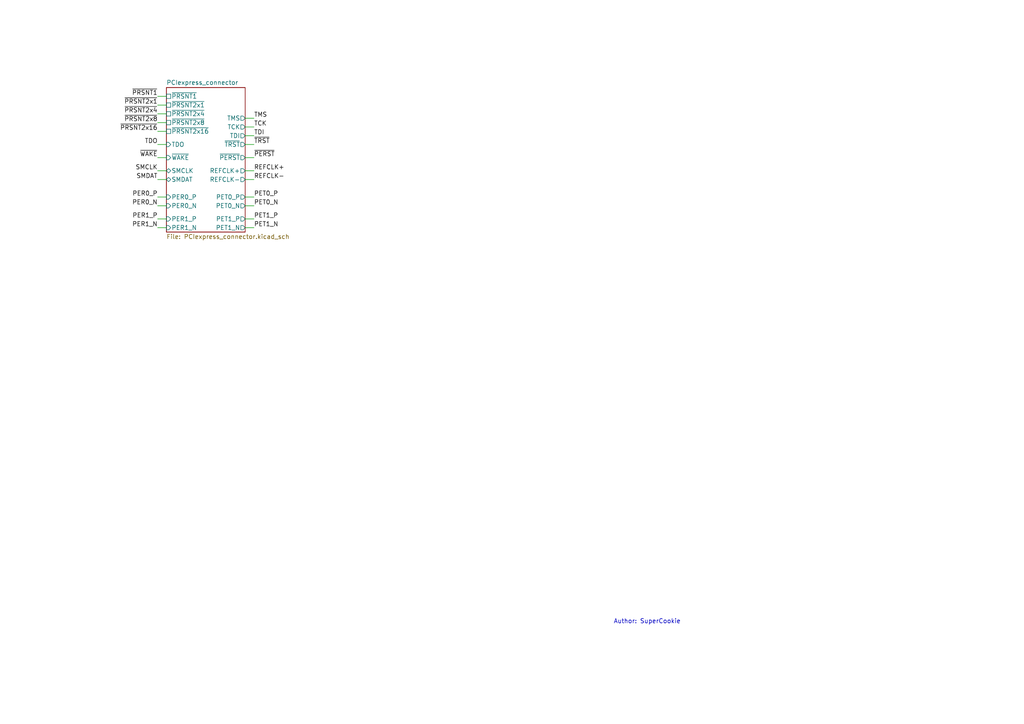
<source format=kicad_sch>
(kicad_sch
	(version 20250114)
	(generator "eeschema")
	(generator_version "9.0")
	(uuid "78d371f7-8b1b-41c6-90d2-6921cc8d340e")
	(paper "A4")
	(lib_symbols)
	(text "Author: SuperCookie"
		(exclude_from_sim no)
		(at 187.706 180.34 0)
		(effects
			(font
				(size 1.27 1.27)
			)
		)
		(uuid "efbb1834-41f0-4fc2-b6ac-02797b2107e6")
	)
	(wire
		(pts
			(xy 45.72 38.1) (xy 48.26 38.1)
		)
		(stroke
			(width 0)
			(type default)
		)
		(uuid "05745cec-d480-4225-8102-546871555968")
	)
	(wire
		(pts
			(xy 71.12 66.04) (xy 73.66 66.04)
		)
		(stroke
			(width 0)
			(type default)
		)
		(uuid "07891c14-5c45-4e25-bb66-3a33476eac3a")
	)
	(wire
		(pts
			(xy 71.12 39.37) (xy 73.66 39.37)
		)
		(stroke
			(width 0)
			(type default)
		)
		(uuid "12d4d92d-78a6-4987-842c-5aecdb07796f")
	)
	(wire
		(pts
			(xy 71.12 34.29) (xy 73.66 34.29)
		)
		(stroke
			(width 0)
			(type default)
		)
		(uuid "1bce526a-81a5-4964-8fb8-ef910d014147")
	)
	(wire
		(pts
			(xy 45.72 59.69) (xy 48.26 59.69)
		)
		(stroke
			(width 0)
			(type default)
		)
		(uuid "27896e0b-50c7-430a-8d37-16aabc05ace2")
	)
	(wire
		(pts
			(xy 45.72 41.91) (xy 48.26 41.91)
		)
		(stroke
			(width 0)
			(type default)
		)
		(uuid "340706da-c028-4297-b19a-9f0c2ab25eb4")
	)
	(wire
		(pts
			(xy 45.72 35.56) (xy 48.26 35.56)
		)
		(stroke
			(width 0)
			(type default)
		)
		(uuid "38f768c4-0015-4b0a-9b5d-8214b2075a6b")
	)
	(wire
		(pts
			(xy 45.72 66.04) (xy 48.26 66.04)
		)
		(stroke
			(width 0)
			(type default)
		)
		(uuid "3d62116b-8e51-4b3e-924b-efbb393a4944")
	)
	(wire
		(pts
			(xy 71.12 57.15) (xy 73.66 57.15)
		)
		(stroke
			(width 0)
			(type default)
		)
		(uuid "43c31758-53a9-4040-9991-732abb1501ca")
	)
	(wire
		(pts
			(xy 45.72 33.02) (xy 48.26 33.02)
		)
		(stroke
			(width 0)
			(type default)
		)
		(uuid "6567f464-d466-427d-b86c-3efafd626a41")
	)
	(wire
		(pts
			(xy 71.12 63.5) (xy 73.66 63.5)
		)
		(stroke
			(width 0)
			(type default)
		)
		(uuid "6dd18e75-7523-49ed-9b71-8e22ed19e501")
	)
	(wire
		(pts
			(xy 71.12 49.53) (xy 73.66 49.53)
		)
		(stroke
			(width 0)
			(type default)
		)
		(uuid "795d845b-cf94-493e-ac39-2d15938c4e93")
	)
	(wire
		(pts
			(xy 45.72 52.07) (xy 48.26 52.07)
		)
		(stroke
			(width 0)
			(type default)
		)
		(uuid "7cc3c241-19fe-4dae-a45f-7fe29ccdad5b")
	)
	(wire
		(pts
			(xy 45.72 49.53) (xy 48.26 49.53)
		)
		(stroke
			(width 0)
			(type default)
		)
		(uuid "84187554-adf7-4130-a0aa-e7521cb0b316")
	)
	(wire
		(pts
			(xy 45.72 63.5) (xy 48.26 63.5)
		)
		(stroke
			(width 0)
			(type default)
		)
		(uuid "98805d42-f591-45dd-b477-d11edf146416")
	)
	(wire
		(pts
			(xy 71.12 45.72) (xy 73.66 45.72)
		)
		(stroke
			(width 0)
			(type default)
		)
		(uuid "9bb045d8-e4b0-42d6-9811-5f17a1a43150")
	)
	(wire
		(pts
			(xy 45.72 30.48) (xy 48.26 30.48)
		)
		(stroke
			(width 0)
			(type default)
		)
		(uuid "9fed2222-3a8c-4c15-b187-fc17b8b7511a")
	)
	(wire
		(pts
			(xy 45.72 27.94) (xy 48.26 27.94)
		)
		(stroke
			(width 0)
			(type default)
		)
		(uuid "b8a43f50-2827-4ab3-8dc0-960e55ca5016")
	)
	(wire
		(pts
			(xy 45.72 57.15) (xy 48.26 57.15)
		)
		(stroke
			(width 0)
			(type default)
		)
		(uuid "d021c8a1-aa23-4b36-bce5-c5ab69bb0d2c")
	)
	(wire
		(pts
			(xy 71.12 41.91) (xy 73.66 41.91)
		)
		(stroke
			(width 0)
			(type default)
		)
		(uuid "d465288a-515b-4587-b615-22402b6088bb")
	)
	(wire
		(pts
			(xy 71.12 59.69) (xy 73.66 59.69)
		)
		(stroke
			(width 0)
			(type default)
		)
		(uuid "dd588f14-4abc-4055-b5fc-b20ea29dde87")
	)
	(wire
		(pts
			(xy 71.12 36.83) (xy 73.66 36.83)
		)
		(stroke
			(width 0)
			(type default)
		)
		(uuid "ec167623-f8c5-41c9-ac71-8a1b88e65558")
	)
	(wire
		(pts
			(xy 71.12 52.07) (xy 73.66 52.07)
		)
		(stroke
			(width 0)
			(type default)
		)
		(uuid "f659491e-4803-4d17-93cc-287716868834")
	)
	(wire
		(pts
			(xy 45.72 45.72) (xy 48.26 45.72)
		)
		(stroke
			(width 0)
			(type default)
		)
		(uuid "fd1dbe0b-d8d1-4b08-893d-1a97083385ff")
	)
	(label "SMDAT"
		(at 45.72 52.07 180)
		(effects
			(font
				(size 1.27 1.27)
			)
			(justify right bottom)
		)
		(uuid "016a5dff-0f23-4360-a9d0-37adeda76857")
	)
	(label "~{WAKE}"
		(at 45.72 45.72 180)
		(effects
			(font
				(size 1.27 1.27)
			)
			(justify right bottom)
		)
		(uuid "0b1030e3-2ff4-4a6b-a076-f2e3d483d25f")
	)
	(label "~{PRSNT2x16}"
		(at 45.72 38.1 180)
		(effects
			(font
				(size 1.27 1.27)
			)
			(justify right bottom)
		)
		(uuid "3c4abee2-9ed5-4b51-9e24-ed4f37d56abb")
	)
	(label "PET1_P"
		(at 73.66 63.5 0)
		(effects
			(font
				(size 1.27 1.27)
			)
			(justify left bottom)
		)
		(uuid "3fd5440d-9882-4bec-a03d-d20966fac563")
	)
	(label "~{PRSNT2x4}"
		(at 45.72 33.02 180)
		(effects
			(font
				(size 1.27 1.27)
			)
			(justify right bottom)
		)
		(uuid "401caeeb-dbf3-4d9f-b752-4376d2fe41c5")
	)
	(label "PER0_P"
		(at 45.72 57.15 180)
		(effects
			(font
				(size 1.27 1.27)
			)
			(justify right bottom)
		)
		(uuid "45edb17c-4ab4-4c6f-bfc9-25e9ccc95f9f")
	)
	(label "TMS"
		(at 73.66 34.29 0)
		(effects
			(font
				(size 1.27 1.27)
			)
			(justify left bottom)
		)
		(uuid "495f49eb-04e1-4390-9c39-e50920c99fef")
	)
	(label "TDO"
		(at 45.72 41.91 180)
		(effects
			(font
				(size 1.27 1.27)
			)
			(justify right bottom)
		)
		(uuid "52b5da2c-e618-49ad-a144-ede66c8fe8d6")
	)
	(label "REFCLK-"
		(at 73.66 52.07 0)
		(effects
			(font
				(size 1.27 1.27)
			)
			(justify left bottom)
		)
		(uuid "58d1d092-0fe7-4d35-ab0d-8421dcc79953")
	)
	(label "~{PRSNT2x8}"
		(at 45.72 35.56 180)
		(effects
			(font
				(size 1.27 1.27)
			)
			(justify right bottom)
		)
		(uuid "5c1c0678-2ddc-4508-b384-a625901e052a")
	)
	(label "~{PRSNT1}"
		(at 45.72 27.94 180)
		(effects
			(font
				(size 1.27 1.27)
			)
			(justify right bottom)
		)
		(uuid "65708cf4-dea8-42d8-92c7-6d54678853a3")
	)
	(label "REFCLK+"
		(at 73.66 49.53 0)
		(effects
			(font
				(size 1.27 1.27)
			)
			(justify left bottom)
		)
		(uuid "6aa52186-81f5-47f5-8df0-05f9252e3c66")
	)
	(label "TDI"
		(at 73.66 39.37 0)
		(effects
			(font
				(size 1.27 1.27)
			)
			(justify left bottom)
		)
		(uuid "93da7050-817b-40a1-9a97-13366315466c")
	)
	(label "~{PERST}"
		(at 73.66 45.72 0)
		(effects
			(font
				(size 1.27 1.27)
			)
			(justify left bottom)
		)
		(uuid "96d73865-c5f4-4a41-be45-347312457f12")
	)
	(label "PET1_N"
		(at 73.66 66.04 0)
		(effects
			(font
				(size 1.27 1.27)
			)
			(justify left bottom)
		)
		(uuid "987d81df-d587-4552-a46c-6961cedc54e4")
	)
	(label "PET0_N"
		(at 73.66 59.69 0)
		(effects
			(font
				(size 1.27 1.27)
			)
			(justify left bottom)
		)
		(uuid "a19cd09a-9a6e-49ab-b226-e28e24748d14")
	)
	(label "PER1_N"
		(at 45.72 66.04 180)
		(effects
			(font
				(size 1.27 1.27)
			)
			(justify right bottom)
		)
		(uuid "a874151d-6dfc-4af9-996e-922e76a2fd87")
	)
	(label "PET0_P"
		(at 73.66 57.15 0)
		(effects
			(font
				(size 1.27 1.27)
			)
			(justify left bottom)
		)
		(uuid "acf7dceb-f214-4de7-8067-e0d6263e64ba")
	)
	(label "SMCLK"
		(at 45.72 49.53 180)
		(effects
			(font
				(size 1.27 1.27)
			)
			(justify right bottom)
		)
		(uuid "ad8a1137-4525-4bfc-b697-e6f4b236e429")
	)
	(label "PER0_N"
		(at 45.72 59.69 180)
		(effects
			(font
				(size 1.27 1.27)
			)
			(justify right bottom)
		)
		(uuid "b6678d60-74ec-4f9d-84ef-734f13b908a8")
	)
	(label "~{PRSNT2x1}"
		(at 45.72 30.48 180)
		(effects
			(font
				(size 1.27 1.27)
			)
			(justify right bottom)
		)
		(uuid "bf7f297b-1786-4808-80aa-7dec74a7df6a")
	)
	(label "PER1_P"
		(at 45.72 63.5 180)
		(effects
			(font
				(size 1.27 1.27)
			)
			(justify right bottom)
		)
		(uuid "daa0b723-ce30-41ae-90af-c332a4ae2ff5")
	)
	(label "TCK"
		(at 73.66 36.83 0)
		(effects
			(font
				(size 1.27 1.27)
			)
			(justify left bottom)
		)
		(uuid "f6a33df4-a04b-4058-9b11-55947d00ce0f")
	)
	(label "~{TRST}"
		(at 73.66 41.91 0)
		(effects
			(font
				(size 1.27 1.27)
			)
			(justify left bottom)
		)
		(uuid "ff529dbe-4450-4e34-9290-bc9fa322aced")
	)
	(sheet
		(at 48.26 25.4)
		(size 22.86 41.91)
		(exclude_from_sim no)
		(in_bom yes)
		(on_board yes)
		(dnp no)
		(fields_autoplaced yes)
		(stroke
			(width 0)
			(type solid)
		)
		(fill
			(color 0 0 0 0.0000)
		)
		(uuid "3aa63c6b-83bb-44fc-a263-6ca4da5b607c")
		(property "Sheetname" "PCIexpress_connector"
			(at 48.26 24.6884 0)
			(effects
				(font
					(size 1.27 1.27)
				)
				(justify left bottom)
			)
		)
		(property "Sheetfile" "PCIexpress_connector.kicad_sch"
			(at 48.26 67.8946 0)
			(effects
				(font
					(size 1.27 1.27)
				)
				(justify left top)
			)
		)
		(pin "PET0_P" output
			(at 71.12 57.15 0)
			(uuid "25df31d2-fabd-4bb9-914f-3a91e15bac36")
			(effects
				(font
					(size 1.27 1.27)
				)
				(justify right)
			)
		)
		(pin "PET0_N" output
			(at 71.12 59.69 0)
			(uuid "ef92492d-e529-4b57-b941-eed8763dfbd9")
			(effects
				(font
					(size 1.27 1.27)
				)
				(justify right)
			)
		)
		(pin "REFCLK+" output
			(at 71.12 49.53 0)
			(uuid "0ee5cce5-b2f6-4aba-9bd8-95c8f809dc00")
			(effects
				(font
					(size 1.27 1.27)
				)
				(justify right)
			)
		)
		(pin "REFCLK-" output
			(at 71.12 52.07 0)
			(uuid "09b0b52a-d4d2-4dd5-9802-af3bd24f303d")
			(effects
				(font
					(size 1.27 1.27)
				)
				(justify right)
			)
		)
		(pin "~{PRSNT2x16}" passive
			(at 48.26 38.1 180)
			(uuid "d087648e-4fcd-4dba-8e32-0b925fdd77a4")
			(effects
				(font
					(size 1.27 1.27)
				)
				(justify left)
			)
		)
		(pin "TDO" input
			(at 48.26 41.91 180)
			(uuid "ee3b758f-7aef-466a-9c11-716516f3d751")
			(effects
				(font
					(size 1.27 1.27)
				)
				(justify left)
			)
		)
		(pin "TMS" output
			(at 71.12 34.29 0)
			(uuid "1f75163e-c492-48a2-868c-7392fcf11c15")
			(effects
				(font
					(size 1.27 1.27)
				)
				(justify right)
			)
		)
		(pin "TDI" output
			(at 71.12 39.37 0)
			(uuid "b2af1d63-e298-4cb1-abda-18903e50005c")
			(effects
				(font
					(size 1.27 1.27)
				)
				(justify right)
			)
		)
		(pin "TCK" output
			(at 71.12 36.83 0)
			(uuid "3eb4dc5e-6922-4099-aa4f-c06155719dcd")
			(effects
				(font
					(size 1.27 1.27)
				)
				(justify right)
			)
		)
		(pin "PET1_P" output
			(at 71.12 63.5 0)
			(uuid "43933fb2-82ba-47ff-adfd-11a04a02aa50")
			(effects
				(font
					(size 1.27 1.27)
				)
				(justify right)
			)
		)
		(pin "PET1_N" output
			(at 71.12 66.04 0)
			(uuid "2a594028-2ef9-4fa1-885b-354759c8dab9")
			(effects
				(font
					(size 1.27 1.27)
				)
				(justify right)
			)
		)
		(pin "PER1_P" input
			(at 48.26 63.5 180)
			(uuid "21eb975b-e512-472f-9dfd-caa97b17e0a6")
			(effects
				(font
					(size 1.27 1.27)
				)
				(justify left)
			)
		)
		(pin "PER1_N" input
			(at 48.26 66.04 180)
			(uuid "849bf14c-9cf3-408f-8d1e-07b45db59133")
			(effects
				(font
					(size 1.27 1.27)
				)
				(justify left)
			)
		)
		(pin "~{WAKE}" input
			(at 48.26 45.72 180)
			(uuid "d6f7e0c9-0e93-4704-beea-12c4c4f89719")
			(effects
				(font
					(size 1.27 1.27)
				)
				(justify left)
			)
		)
		(pin "~{TRST}" output
			(at 71.12 41.91 0)
			(uuid "d6e06350-ae17-4796-9d1f-4340733232b5")
			(effects
				(font
					(size 1.27 1.27)
				)
				(justify right)
			)
		)
		(pin "SMCLK" bidirectional
			(at 48.26 49.53 180)
			(uuid "208953f6-6aed-495c-8d59-f5066d5b7bef")
			(effects
				(font
					(size 1.27 1.27)
				)
				(justify left)
			)
		)
		(pin "SMDAT" bidirectional
			(at 48.26 52.07 180)
			(uuid "9094e369-183c-4c0a-8b06-45b20d9ee0cd")
			(effects
				(font
					(size 1.27 1.27)
				)
				(justify left)
			)
		)
		(pin "~{PERST}" output
			(at 71.12 45.72 0)
			(uuid "359a9bbf-c7ff-4b6d-bf2b-eb642d42064a")
			(effects
				(font
					(size 1.27 1.27)
				)
				(justify right)
			)
		)
		(pin "~{PRSNT1}" passive
			(at 48.26 27.94 180)
			(uuid "0802e223-c82e-4068-97aa-2da6b05d4bea")
			(effects
				(font
					(size 1.27 1.27)
				)
				(justify left)
			)
		)
		(pin "~{PRSNT2x8}" passive
			(at 48.26 35.56 180)
			(uuid "19f03779-2a94-41bb-ba70-c8f322115e6f")
			(effects
				(font
					(size 1.27 1.27)
				)
				(justify left)
			)
		)
		(pin "~{PRSNT2x4}" passive
			(at 48.26 33.02 180)
			(uuid "d395774e-cfcd-4752-8e37-fedf2a6bf4e9")
			(effects
				(font
					(size 1.27 1.27)
				)
				(justify left)
			)
		)
		(pin "~{PRSNT2x1}" passive
			(at 48.26 30.48 180)
			(uuid "43912194-8e25-4f9b-93cc-286c7ac46954")
			(effects
				(font
					(size 1.27 1.27)
				)
				(justify left)
			)
		)
		(pin "PER0_N" input
			(at 48.26 59.69 180)
			(uuid "c8de0fb3-7622-4095-9f37-4de43bdd88f2")
			(effects
				(font
					(size 1.27 1.27)
				)
				(justify left)
			)
		)
		(pin "PER0_P" input
			(at 48.26 57.15 180)
			(uuid "61485297-c2ca-4a71-8036-f2e24445eb81")
			(effects
				(font
					(size 1.27 1.27)
				)
				(justify left)
			)
		)
		(instances
			(project "PCIexpress_x2_full"
				(path "/78d371f7-8b1b-41c6-90d2-6921cc8d340e"
					(page "2")
				)
			)
		)
	)
	(sheet_instances
		(path "/"
			(page "1")
		)
	)
	(embedded_fonts no)
)

</source>
